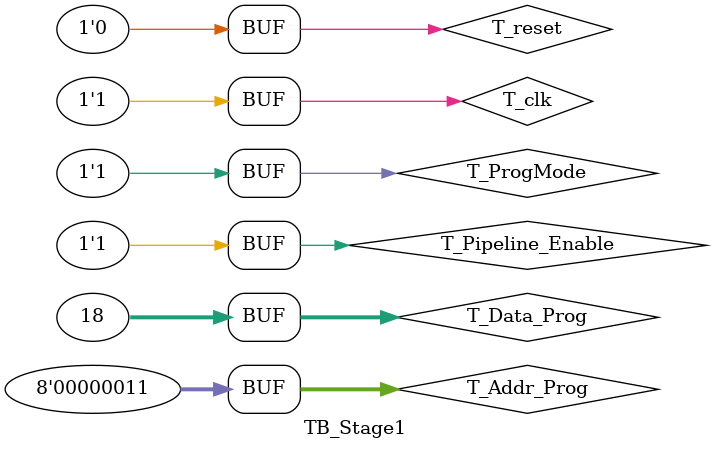
<source format=v>
`timescale 1ns/1ns
module TB_Stage1;
	
	reg				T_reset;
	reg				T_clk;
	reg				T_Pipeline_Enable;
	reg				T_ProgMode;
	reg		[31:0]	T_Data_Prog;
	reg		[7:0]	T_Addr_Prog;
	
	wire	[31:0]	T_Instruction;

	Stage1	DUT (
		.reset				(T_reset),
		.clk				(T_clk),
		.Pipeline_Enable	(T_Pipeline_Enable),
		.ProgMode			(T_ProgMode),
		.Data_Prog			(T_Data_Prog),
		.Addr_Prog			(T_Addr_Prog),
		.Instruction		(T_Instruction));
	
	always
	begin
		T_clk = 1'b0;
		#10;
		T_clk = 1'b1;
		#10;
	end
	
	initial
	begin
		T_reset = 1'b1;
		T_Pipeline_Enable = 1'b1;
		T_ProgMode = 1'b0; // Program State (Write)
		T_Addr_Prog = 8'd0;
		T_Data_Prog = 32'd0;
		
		#20;
		T_reset = 1'b0;
		T_Addr_Prog = 8'd0;
		T_Data_Prog = 32'd8;
		#20;
		T_Addr_Prog = 8'd1;
		T_Data_Prog = 32'd64;
		#20;
		T_Addr_Prog = 8'd2;
		T_Data_Prog = 32'd12;
		#20;
		T_Addr_Prog = 8'd3;
		T_Data_Prog = 32'd18;
		#20;
		
		T_ProgMode = 1'b1; // Run State (Read)
		#100;
	end
	
endmodule

// run 200ns
</source>
